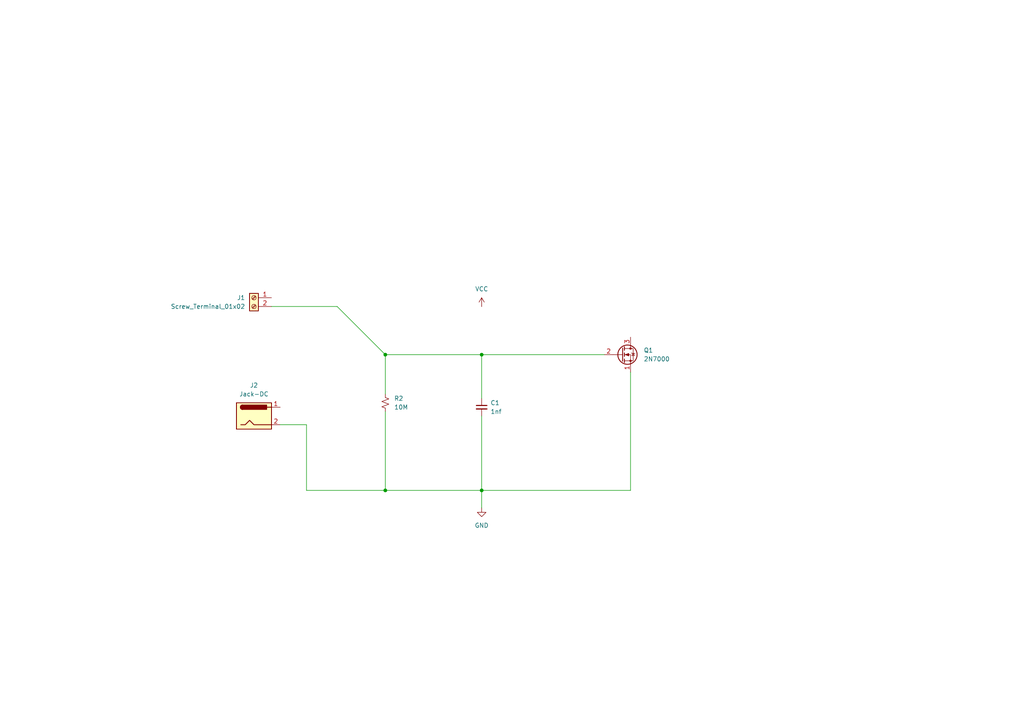
<source format=kicad_sch>
(kicad_sch (version 20231120) (generator "eeschema") (generator_version "8.0")
  (paper "A4")
  (title_block (title "WaterAlarm") (date "2025-11-03") (comment 4 "Author:Ham,Ian,Joseph"))
  (lib_symbols
    (symbol "Connector:Jack-DC" (pin_names (offset 1.016))
      (property "Reference" "J" (at 0 5.334 0))
      (property "Value" "Jack-DC" (at 0 -5.08 0))
      (symbol "Jack-DC_0_1"
        (rectangle (start -5.08 3.81) (end 5.08 -3.81) (stroke (width 0.254)) (fill (type background)))
        (arc (start -3.302 3.175) (mid -3.9343 2.54) (end -3.302 1.905) (stroke (width 0.254)))
        (arc (start -3.302 3.175) (mid -3.9343 2.54) (end -3.302 1.905) (stroke (width 0.254)) (fill (type outline)))
        (polyline (pts (xy 5.08 2.54) (xy 3.81 2.54)) (stroke (width 0.254)))
        (polyline (pts (xy -3.81 -2.54) (xy -2.54 -2.54) (xy -1.27 -1.27) (xy 0 -2.54) (xy 2.54 -2.54) (xy 5.08 -2.54)) (stroke (width 0.254)))
        (rectangle (start 3.683 3.175) (end -3.302 1.905) (stroke (width 0.254)) (fill (type outline)))
      )
      (symbol "Jack-DC_1_1"
        (pin passive line (at 7.62 2.54 180) (length 2.54) (name "~") (number "1"))
        (pin passive line (at 7.62 -2.54 180) (length 2.54) (name "~") (number "2"))
      )
    )
    (symbol "Connector:Screw_Terminal_01x02" (pin_names (offset 1.016) hide)
      (property "Reference" "J" (at 0 2.54 0))
      (property "Value" "Screw_Terminal_01x02" (at 0 -5.08 0))
      (symbol "Screw_Terminal_01x02_1_1"
        (rectangle (start -1.27 1.27) (end 1.27 -3.81) (stroke (width 0.254)) (fill (type background)))
        (circle (center 0 -2.54) (radius 0.635) (stroke (width 0.1524)))
        (polyline (pts (xy -0.5334 -2.2098) (xy 0.3302 -3.048)) (stroke (width 0.1524)))
        (polyline (pts (xy -0.5334 0.3302) (xy 0.3302 -0.508)) (stroke (width 0.1524)))
        (polyline (pts (xy -0.3556 -2.032) (xy 0.508 -2.8702)) (stroke (width 0.1524)))
        (polyline (pts (xy -0.3556 0.508) (xy 0.508 -0.3302)) (stroke (width 0.1524)))
        (circle (center 0 0) (radius 0.635) (stroke (width 0.1524)))
        (pin passive line (at -5.08 0 0) (length 3.81) (name "Pin_1") (number "1"))
        (pin passive line (at -5.08 -2.54 0) (length 3.81) (name "Pin_2") (number "2"))
      )
    )
    (symbol "Device:C_Small" (pin_numbers hide) (pin_names (offset 0.254) hide)
      (property "Reference" "C" (at 0.254 1.778 0))
      (property "Value" "C_Small" (at 0.254 -2.032 0))
      (symbol "C_Small_0_1"
        (polyline (pts (xy -1.524 -0.508) (xy 1.524 -0.508)) (stroke (width 0.3302)))
        (polyline (pts (xy -1.524 0.508) (xy 1.524 0.508)) (stroke (width 0.3048)))
      )
      (symbol "C_Small_1_1"
        (pin passive line (at 0 2.54 270) (length 2.032) (name "~") (number "1"))
        (pin passive line (at 0 -2.54 90) (length 2.032) (name "~") (number "2"))
      )
    )
    (symbol "Device:R_Small_US" (pin_numbers hide) (pin_names (offset 0.254) hide)
      (property "Reference" "R" (at 0.762 0.508 0))
      (property "Value" "R_Small_US" (at 0.762 -1.016 0))
      (symbol "R_Small_US_1_1"
        (polyline (pts (xy 0 0) (xy 1.016 -0.381) (xy 0 -0.762) (xy -1.016 -1.143) (xy 0 -1.524)))
        (polyline (pts (xy 0 1.524) (xy 1.016 1.143) (xy 0 0.762) (xy -1.016 0.381) (xy 0 0)))
        (pin passive line (at 0 2.54 270) (length 1.016) (name "~") (number "1"))
        (pin passive line (at 0 -2.54 90) (length 1.016) (name "~") (number "2"))
      )
    )
    (symbol "Transistor_FET:2N7000" (pin_names hide)
      (property "Reference" "Q" (at 5.08 1.905 0))
      (property "Value" "2N7000" (at 5.08 0 0))
      (symbol "2N7000_0_1"
        (polyline (pts (xy 0.254 0) (xy -2.54 0)))
        (polyline (pts (xy 0.254 1.905) (xy 0.254 -1.905)) (stroke (width 0.254)))
        (polyline (pts (xy 0.762 -1.27) (xy 0.762 -2.286)) (stroke (width 0.254)))
        (polyline (pts (xy 0.762 0.508) (xy 0.762 -0.508)) (stroke (width 0.254)))
        (polyline (pts (xy 0.762 2.286) (xy 0.762 1.27)) (stroke (width 0.254)))
        (polyline (pts (xy 2.54 2.54) (xy 2.54 1.778)))
        (polyline (pts (xy 2.54 -2.54) (xy 2.54 0) (xy 0.762 0)))
        (polyline (pts (xy 0.762 -1.778) (xy 3.302 -1.778) (xy 3.302 1.778) (xy 0.762 1.778)))
        (polyline (pts (xy 1.016 0) (xy 2.032 0.381) (xy 2.032 -0.381) (xy 1.016 0)) (fill (type outline)))
        (polyline (pts (xy 2.794 0.508) (xy 2.921 0.381) (xy 3.683 0.381) (xy 3.81 0.254)))
        (polyline (pts (xy 3.302 0.381) (xy 2.921 -0.254) (xy 3.683 -0.254) (xy 3.302 0.381)))
        (circle (center 1.651 0) (radius 2.794) (stroke (width 0.254)))
        (circle (center 2.54 -1.778) (radius 0.254) (fill (type outline)))
        (circle (center 2.54 1.778) (radius 0.254) (fill (type outline)))
      )
      (symbol "2N7000_1_1"
        (pin passive line (at 2.54 -5.08 90) (length 2.54) (name "S") (number "1"))
        (pin input line (at -5.08 0 0) (length 2.54) (name "G") (number "2"))
        (pin passive line (at 2.54 5.08 270) (length 2.54) (name "D") (number "3"))
      )
    )
    (symbol "power:GND" (power) (pin_numbers hide) (pin_names (offset 0) hide)
      (property "Value" "GND" (at 0 -3.81 0))
      (symbol "GND_0_1"
        (polyline (pts (xy 0 0) (xy 0 -1.27) (xy 1.27 -1.27) (xy 0 -2.54) (xy -1.27 -1.27) (xy 0 -1.27)))
      )
      (symbol "GND_1_1"
        (pin power_in line (at 0 0 270) (length 0) (name "~") (number "1"))
      )
    )
    (symbol "power:VCC" (power) (pin_numbers hide) (pin_names (offset 0) hide)
      (property "Value" "VCC" (at 0 3.556 0))
      (symbol "VCC_0_1"
        (polyline (pts (xy -0.762 1.27) (xy 0 2.54)))
        (polyline (pts (xy 0 0) (xy 0 2.54)))
        (polyline (pts (xy 0 2.54) (xy 0.762 1.27)))
      )
      (symbol "VCC_1_1"
        (pin power_in line (at 0 0 90) (length 0) (name "~") (number "1"))
      )
    )
  )
  (junction (at 111.76 102.87))
  (junction (at 139.7 102.87))
  (junction (at 111.76 142.24))
  (junction (at 139.7 142.24))
  (wire (pts (xy 111.76 119.38) (xy 111.76 142.24)))
  (wire (pts (xy 139.7 142.24) (xy 182.88 142.24)))
  (wire (pts (xy 139.7 120.65) (xy 139.7 142.24)))
  (wire (pts (xy 78.74 88.9) (xy 97.79 88.9)))
  (wire (pts (xy 81.28 123.19) (xy 88.9 123.19)))
  (wire (pts (xy 139.7 102.87) (xy 139.7 115.57)))
  (wire (pts (xy 88.9 123.19) (xy 88.9 142.24)))
  (wire (pts (xy 182.88 142.24) (xy 182.88 107.95)))
  (wire (pts (xy 111.76 142.24) (xy 139.7 142.24)))
  (wire (pts (xy 97.79 88.9) (xy 111.76 102.87)))
  (wire (pts (xy 175.26 102.87) (xy 139.7 102.87)))
  (wire (pts (xy 139.7 142.24) (xy 139.7 147.32)))
  (wire (pts (xy 88.9 142.24) (xy 111.76 142.24)))
  (wire (pts (xy 139.7 102.87) (xy 111.76 102.87)))
  (wire (pts (xy 111.76 102.87) (xy 111.76 114.3)))
  (symbol (lib_id "power:GND") (at 139.7 147.32 0) (unit 1)
    (property "Reference" "#PWR01" (effects (hide yes)))
    (property "Value" "GND" (at 139.7 152.4 0))
    (property "Description" "Power symbol creates a global label with name \"GND\" , ground" (effects (hide yes)))
  )
  (symbol (lib_id "power:VCC") (at 139.7 88.9 0) (unit 1)
    (property "Reference" "#PWR02" (effects (hide yes)))
    (property "Value" "VCC" (at 139.7 83.82 0))
    (property "Description" "Power symbol creates a global label with name \"VCC\"" (effects (hide yes)))
  )
  (symbol (lib_id "Device:R_Small_US") (at 111.76 116.84 0) (unit 1)
    (property "Reference" "R2" (at 114.3 115.5699 0) (effects (justify left)))
    (property "Value" "10M" (at 114.3 118.1099 0) (effects (justify left)))
    (property "Description" "Resistor, small US symbol" (effects (hide yes)))
  )
  (symbol (lib_id "Connector:Jack-DC") (at 73.66 120.65 0) (unit 1)
    (property "Reference" "J2" (at 73.66 111.76 0))
    (property "Value" "Jack-DC" (at 73.66 114.3 0))
    (property "Description" "DC Barrel Jack" (effects (hide yes)))
  )
  (symbol (lib_id "Device:C_Small") (at 139.7 118.11 0) (unit 1)
    (property "Reference" "C1" (at 142.24 116.8462 0) (effects (justify left)))
    (property "Value" "1nf" (at 142.24 119.3862 0) (effects (justify left)))
    (property "Description" "Unpolarized capacitor, small symbol" (effects (hide yes)))
  )
  (symbol (lib_id "Transistor_FET:2N7000") (at 180.34 102.87 0) (unit 1)
    (property "Reference" "Q1" (at 186.69 101.5999 0) (effects (justify left)))
    (property "Value" "2N7000" (at 186.69 104.1399 0) (effects (justify left)))
    (property "Footprint" "Package_TO_SOT_THT:TO-92_Inline" (effects (hide yes)))
    (property "Datasheet" "https://www.vishay.com/docs/70226/70226.pdf" (effects (hide yes)))
    (property "Description" "0.2A Id, 200V Vds, N-Channel MOSFET, 2.6V Logic Level, TO-92" (effects (hide yes)))
  )
  (symbol (lib_id "Connector:Screw_Terminal_01x02") (at 73.66 86.36 0) (mirror y) (unit 1)
    (property "Reference" "J1" (at 71.12 86.3599 0) (effects (justify left)))
    (property "Value" "Screw_Terminal_01x02" (at 71.12 88.8999 0) (effects (justify left)))
    (property "Description" "Generic screw terminal, single row, 01x02, script generated (kicad-library-utils/schlib/autogen/connector/)" (effects (hide yes)))
  )
)
</source>
